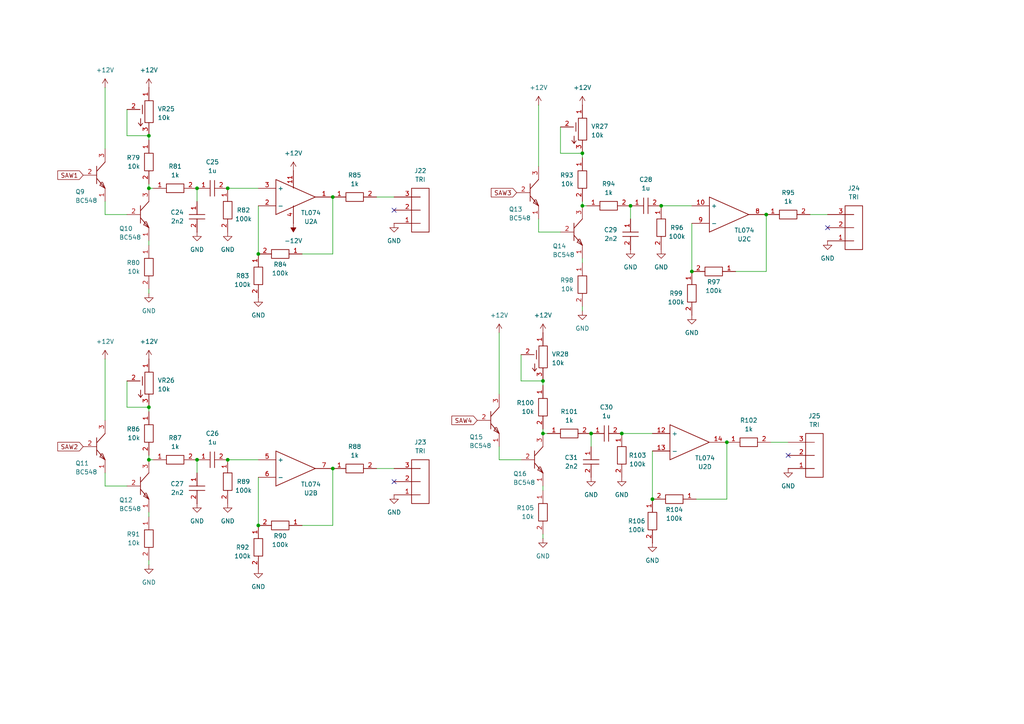
<source format=kicad_sch>
(kicad_sch (version 20250114) (generator "eeschema") (generator_version "9.0")
  (paper "A4")
  (lib_symbols
    (symbol "V_Connector:CONN_3"
      (property "Reference" "J" (at -5.08 11.43 0))
      (property "Value" "CONN_3" (at -5.08 8.89 0))
      (symbol "CONN_3_0_0"
        (rectangle (start 0 6.35) (end 5.08 -6.35) (stroke (width 0.2032)))
      )
      (symbol "CONN_3_1_0"
        (pin unspecified line (at -5.08 3.81 0) (length 7.62) (name "~") (number "1"))
        (pin unspecified line (at -5.08 0 0) (length 7.62) (name "~") (number "2"))
        (pin unspecified line (at -5.08 -3.81 0) (length 7.62) (name "~") (number "3"))
      )
    )
    (symbol "V_Linear:TL074,_TL084,_LF347_ETC"
      (property "Reference" "U" (at -10.795 12.7 0))
      (property "Value" "TL074,_TL084,_LF347_ETC" (at -10.795 10.16 0))
      (symbol "TL074,_TL084,_LF347_ETC_0_0"
        (polyline (pts (xy -6.35 5.08) (xy 5.08 0) (xy -6.35 -5.08) (xy -6.35 5.08)) (stroke (width 0.2032)))
      )
      (symbol "TL074,_TL084,_LF347_ETC_1_0"
        (pin unspecified line (at -11.43 2.54 0) (length 5.08) (name "-") (number "2"))
        (pin unspecified line (at -11.43 -2.54 0) (length 5.08) (name "+") (number "3"))
        (pin power_in line (at -1.27 7.62 270) (length 5.08) (name "~") (number "4"))
        (pin power_in line (at -1.27 -7.62 90) (length 5.08) (name "~") (number "11"))
        (pin unspecified line (at 10.16 0 180) (length 5.08) (name "~") (number "1"))
      )
      (symbol "TL074,_TL084,_LF347_ETC_2_0"
        (pin unspecified line (at -11.43 2.54 0) (length 5.08) (name "-") (number "6"))
        (pin unspecified line (at -11.43 -2.54 0) (length 5.08) (name "+") (number "5"))
        (pin unspecified line (at 10.16 0 180) (length 5.08) (name "~") (number "7"))
      )
      (symbol "TL074,_TL084,_LF347_ETC_3_0"
        (pin unspecified line (at -11.43 2.54 0) (length 5.08) (name "-") (number "9"))
        (pin unspecified line (at -11.43 -2.54 0) (length 5.08) (name "+") (number "10"))
        (pin unspecified line (at 10.16 0 180) (length 5.08) (name "~") (number "8"))
      )
      (symbol "TL074,_TL084,_LF347_ETC_4_0"
        (pin unspecified line (at -11.43 2.54 0) (length 5.08) (name "-") (number "13"))
        (pin unspecified line (at -11.43 -2.54 0) (length 5.08) (name "+") (number "12"))
        (pin unspecified line (at 10.16 0 180) (length 5.08) (name "~") (number "14"))
      )
    )
    (symbol "V_Passive:C"
      (property "Reference" "C" (at -2.54 9.525 0))
      (property "Value" "C" (at -2.54 6.985 0))
      (symbol "C_0_0"
        (polyline (pts (xy -2.286 1.27) (xy 2.286 1.27)) (stroke (width 0.2032)))
        (polyline (pts (xy -2.286 0) (xy 2.286 0)) (stroke (width 0.2032)))
      )
      (symbol "C_1_0"
        (pin unspecified line (at 0 5.08 270) (length 3.81) (name "~") (number "1"))
        (pin unspecified line (at 0 -3.81 90) (length 3.81) (name "~") (number "2"))
      )
    )
    (symbol "V_Passive:R"
      (property "Reference" "R" (at -1.27 11.43 0))
      (property "Value" "R" (at -1.27 8.89 0))
      (symbol "R_0_0"
        (rectangle (start -1.27 2.54) (end 1.27 -2.54) (stroke (width 0.2032)))
      )
      (symbol "R_1_0"
        (pin unspecified line (at 0 6.35 270) (length 3.81) (name "~") (number "1"))
        (pin unspecified line (at 0 -6.35 90) (length 3.81) (name "~") (number "2"))
      )
    )
    (symbol "V_Passive:RT"
      (property "Reference" "VR" (at -3.81 12.065 0))
      (property "Value" "RT" (at -3.81 9.525 0))
      (symbol "RT_0_0"
        (polyline (pts (xy 0.1524 4.7752) (xy 0.7112 4.0132)) (stroke (width 0.2032)))
        (polyline (pts (xy 0.1524 2.6416) (xy 0.1524 4.7752) (xy -0.508 3.9116)) (stroke (width 0.2032)))
        (polyline (pts (xy 0.6604 -1.27) (xy 0.6604 1.27)) (stroke (width 0.2032)))
        (rectangle (start 1.3716 3.81) (end 3.81 -2.54) (stroke (width 0.2032)))
      )
      (symbol "RT_1_0"
        (pin unspecified line (at -3.81 0 0) (length 3.81) (name "~") (number "2"))
        (pin unspecified line (at 2.54 7.62 270) (length 3.81) (name "~") (number "3"))
        (pin unspecified line (at 2.54 -6.35 90) (length 3.81) (name "~") (number "1"))
      )
    )
    (symbol "V_Transistor:BC547{brace}slash}BC548{brace}slash}BC549"
      (property "Reference" "Q" (at -7.62 8.255 0))
      (property "Value" "BC547{brace}slash}BC548{brace}slash}BC549" (at -7.62 5.715 0))
      (symbol "BC547{brace}slash}BC548{brace}slash}BC549_0_0"
        (polyline (pts (xy -2.5908 1.3716) (xy 2.4892 1.3716)) (stroke (width 0.2032)))
        (polyline (pts (xy -1.1684 1.4224) (xy -3.81 3.81)) (stroke (width 0.2032)))
        (polyline (pts (xy 0.9652 1.4224) (xy 3.81 3.81)) (stroke (width 0.2032)))
        (polyline (pts (xy 2.032 3.048) (xy 3.81 3.81)) (stroke (width 0.2032)))
        (polyline (pts (xy 2.032 2.794) (xy 3.048 2.286)) (stroke (width 0.2032)))
        (polyline (pts (xy 3.048 2.54) (xy 3.81 3.81)) (stroke (width 0.2032)))
      )
      (symbol "BC547{brace}slash}BC548{brace}slash}BC549_1_0"
        (pin unspecified line (at -7.62 3.81 0) (length 3.81) (name "~") (number "3"))
        (pin unspecified line (at 0 -2.54 90) (length 3.81) (name "~") (number "2"))
        (pin unspecified line (at 7.62 3.81 180) (length 3.81) (name "~") (number "1"))
      )
    )
    (symbol "power:+15V" (power) (pin_numbers (hide yes)) (pin_names (offset 0) (hide yes))
      (property "Value" "+15V" (at 0 3.556 0))
      (symbol "+15V_0_1"
        (polyline (pts (xy -0.762 1.27) (xy 0 2.54)))
        (polyline (pts (xy 0 2.54) (xy 0.762 1.27)))
        (polyline (pts (xy 0 0) (xy 0 2.54)))
      )
      (symbol "+15V_1_1"
        (pin power_in line (at 0 0 90) (length 0) (name "~") (number "1"))
      )
    )
    (symbol "power:-15V" (power) (pin_numbers (hide yes)) (pin_names (offset 0) (hide yes))
      (property "Value" "-15V" (at 0 3.556 0))
      (symbol "-15V_0_0"
        (pin power_in line (at 0 0 90) (length 0) (name "~") (number "1"))
      )
      (symbol "-15V_0_1"
        (polyline (pts (xy 0 0) (xy 0 1.27) (xy 0.762 1.27) (xy 0 2.54) (xy -0.762 1.27) (xy 0 1.27)) (fill (type outline)))
      )
    )
    (symbol "power:GND" (power) (pin_numbers (hide yes)) (pin_names (offset 0) (hide yes))
      (property "Value" "GND" (at 0 -3.81 0))
      (symbol "GND_0_1"
        (polyline (pts (xy 0 0) (xy 0 -1.27) (xy 1.27 -1.27) (xy 0 -2.54) (xy -1.27 -1.27) (xy 0 -1.27)))
      )
      (symbol "GND_1_1"
        (pin power_in line (at 0 0 270) (length 0) (name "~") (number "1"))
      )
    )
  )
  (junction (at 200.66 78.74))
  (junction (at 57.15 133.35))
  (junction (at 171.45 125.73))
  (junction (at 96.52 57.15))
  (junction (at 189.23 144.78))
  (junction (at 57.15 54.61))
  (junction (at 43.18 133.35))
  (junction (at 43.18 54.61))
  (junction (at 157.48 110.49))
  (junction (at 180.34 125.73))
  (junction (at 96.52 135.89))
  (junction (at 157.48 125.73))
  (junction (at 74.93 73.66))
  (junction (at 66.04 133.35))
  (junction (at 191.77 59.69))
  (junction (at 74.93 152.4))
  (junction (at 210.82 128.27))
  (junction (at 222.25 62.23))
  (junction (at 168.91 59.69))
  (junction (at 182.88 59.69))
  (junction (at 168.91 44.45))
  (junction (at 43.18 118.11))
  (junction (at 43.18 39.37))
  (junction (at 66.04 54.61))
  (no_connect (at 114.3 60.96))
  (no_connect (at 114.3 139.7))
  (no_connect (at 240.03 66.04))
  (no_connect (at 228.6 132.08))
  (wire (pts (xy 43.18 118.11) (xy 43.18 119.38)))
  (wire (pts (xy 43.18 54.61) (xy 44.45 54.61)))
  (wire (pts (xy 162.56 36.83) (xy 162.56 44.45)))
  (wire (pts (xy 30.48 58.42) (xy 30.48 62.23)))
  (wire (pts (xy 43.18 163.83) (xy 43.18 162.56)))
  (wire (pts (xy 43.18 133.35) (xy 44.45 133.35)))
  (wire (pts (xy 156.21 67.31) (xy 162.56 67.31)))
  (wire (pts (xy 43.18 71.12) (xy 43.18 69.85)))
  (wire (pts (xy 213.36 78.74) (xy 222.25 78.74)))
  (wire (pts (xy 168.91 58.42) (xy 168.91 59.69)))
  (wire (pts (xy 234.95 62.23) (xy 240.03 62.23)))
  (wire (pts (xy 30.48 140.97) (xy 36.83 140.97)))
  (wire (pts (xy 96.52 152.4) (xy 96.52 135.89)))
  (wire (pts (xy 151.13 102.87) (xy 151.13 110.49)))
  (wire (pts (xy 156.21 63.5) (xy 156.21 67.31)))
  (wire (pts (xy 87.63 73.66) (xy 96.52 73.66)))
  (wire (pts (xy 109.22 57.15) (xy 114.3 57.15)))
  (wire (pts (xy 36.83 118.11) (xy 43.18 118.11)))
  (wire (pts (xy 157.48 124.46) (xy 157.48 125.73)))
  (wire (pts (xy 43.18 149.86) (xy 43.18 148.59)))
  (wire (pts (xy 30.48 104.14) (xy 30.48 121.92)))
  (wire (pts (xy 74.93 59.69) (xy 74.93 73.66)))
  (wire (pts (xy 171.45 125.73) (xy 171.45 129.54)))
  (wire (pts (xy 168.91 59.69) (xy 170.18 59.69)))
  (wire (pts (xy 43.18 39.37) (xy 43.18 40.64)))
  (wire (pts (xy 168.91 44.45) (xy 168.91 45.72)))
  (wire (pts (xy 180.34 125.73) (xy 189.23 125.73)))
  (wire (pts (xy 157.48 156.21) (xy 157.48 154.94)))
  (wire (pts (xy 182.88 59.69) (xy 182.88 63.5)))
  (wire (pts (xy 43.18 132.08) (xy 43.18 133.35)))
  (wire (pts (xy 191.77 59.69) (xy 200.66 59.69)))
  (wire (pts (xy 201.93 144.78) (xy 210.82 144.78)))
  (wire (pts (xy 36.83 31.75) (xy 36.83 39.37)))
  (wire (pts (xy 66.04 133.35) (xy 74.93 133.35)))
  (wire (pts (xy 189.23 130.81) (xy 189.23 144.78)))
  (wire (pts (xy 43.18 53.34) (xy 43.18 54.61)))
  (wire (pts (xy 144.78 96.52) (xy 144.78 114.3)))
  (wire (pts (xy 223.52 128.27) (xy 228.6 128.27)))
  (wire (pts (xy 200.66 64.77) (xy 200.66 78.74)))
  (wire (pts (xy 36.83 39.37) (xy 43.18 39.37)))
  (wire (pts (xy 222.25 78.74) (xy 222.25 62.23)))
  (wire (pts (xy 109.22 135.89) (xy 114.3 135.89)))
  (wire (pts (xy 168.91 90.17) (xy 168.91 88.9)))
  (wire (pts (xy 156.21 30.48) (xy 156.21 48.26)))
  (wire (pts (xy 151.13 110.49) (xy 157.48 110.49)))
  (wire (pts (xy 57.15 133.35) (xy 57.15 137.16)))
  (wire (pts (xy 30.48 62.23) (xy 36.83 62.23)))
  (wire (pts (xy 162.56 44.45) (xy 168.91 44.45)))
  (wire (pts (xy 57.15 54.61) (xy 57.15 58.42)))
  (wire (pts (xy 168.91 76.2) (xy 168.91 74.93)))
  (wire (pts (xy 87.63 152.4) (xy 96.52 152.4)))
  (wire (pts (xy 157.48 142.24) (xy 157.48 140.97)))
  (wire (pts (xy 66.04 54.61) (xy 74.93 54.61)))
  (wire (pts (xy 144.78 129.54) (xy 144.78 133.35)))
  (wire (pts (xy 74.93 138.43) (xy 74.93 152.4)))
  (wire (pts (xy 43.18 85.09) (xy 43.18 83.82)))
  (wire (pts (xy 30.48 137.16) (xy 30.48 140.97)))
  (wire (pts (xy 157.48 110.49) (xy 157.48 111.76)))
  (wire (pts (xy 210.82 144.78) (xy 210.82 128.27)))
  (wire (pts (xy 144.78 133.35) (xy 151.13 133.35)))
  (wire (pts (xy 157.48 125.73) (xy 158.75 125.73)))
  (wire (pts (xy 30.48 25.4) (xy 30.48 43.18)))
  (wire (pts (xy 96.52 73.66) (xy 96.52 57.15)))
  (wire (pts (xy 36.83 110.49) (xy 36.83 118.11)))
  (global_label "SAW4" (shape input) (at 138.43 121.92 180) (property "Intersheetrefs" "${INTERSHEET_REFS}" (effects (hide yes))))
  (global_label "SAW2" (shape input) (at 24.13 129.54 180) (property "Intersheetrefs" "${INTERSHEET_REFS}" (effects (hide yes))))
  (global_label "SAW1" (shape input) (at 24.13 50.8 180) (property "Intersheetrefs" "${INTERSHEET_REFS}" (effects (hide yes))))
  (global_label "SAW3" (shape input) (at 149.86 55.88 180) (property "Intersheetrefs" "${INTERSHEET_REFS}" (effects (hide yes))))
  (symbol (lib_id "V_Passive:C") (at 176.53 125.73 90) (unit 1)
    (property "Reference" "C30" (at 175.895 118.11 90))
    (property "Value" "1u" (at 175.895 120.65 90))
    (property "Footprint" "BOX1_3" (effects (hide yes)))
  )
  (symbol (lib_id "V_Passive:RT") (at 166.37 36.83 0) (mirror x) (unit 1)
    (property "Reference" "VR27" (at 171.45 36.6775 0) (effects (justify left)))
    (property "Value" "10k" (at 171.45 39.2175 0) (effects (justify left)))
    (property "Footprint" "TRIM6" (effects (hide yes)))
  )
  (symbol (lib_id "V_Passive:R") (at 165.1 125.73 90) (unit 1)
    (property "Reference" "R101" (at 165.1 119.38 90))
    (property "Value" "1k" (at 165.1 121.92 90))
    (property "Footprint" "AX3_1" (effects (hide yes)))
  )
  (symbol (lib_id "V_Passive:R") (at 176.53 59.69 90) (unit 1)
    (property "Reference" "R94" (at 176.53 53.34 90))
    (property "Value" "1k" (at 176.53 55.88 90))
    (property "Footprint" "AX3_1" (effects (hide yes)))
  )
  (symbol (lib_id "V_Connector:CONN_3") (at 233.68 132.08 0) (mirror x) (unit 1)
    (property "Reference" "J25" (at 236.22 120.65 0))
    (property "Value" "TRI" (at 236.22 123.19 0))
    (property "Footprint" "THONK" (effects (hide yes)))
  )
  (symbol (lib_id "V_Passive:RT") (at 40.64 31.75 0) (mirror x) (unit 1)
    (property "Reference" "VR25" (at 45.72 31.5975 0) (effects (justify left)))
    (property "Value" "10k" (at 45.72 34.1375 0) (effects (justify left)))
    (property "Footprint" "TRIM6" (effects (hide yes)))
  )
  (symbol (lib_id "V_Transistor:BC547{brace}slash}BC548{brace}slash}BC549") (at 39.37 140.97 270) (unit 1)
    (property "Reference" "Q12" (at 34.544 145.034 90) (effects (justify left)))
    (property "Value" "BC548" (at 34.544 147.574 90) (effects (justify left)))
    (property "Footprint" "TO92" (effects (hide yes)))
  )
  (symbol (lib_id "power:+15V") (at 30.48 104.14 0) (unit 1)
    (property "Reference" "#PWR0109" (effects (hide yes)))
    (property "Value" "+12V" (at 30.48 99.06 0))
    (property "Description" "Power symbol creates a global label with name \"+15V\"" (effects (hide yes)))
  )
  (symbol (lib_id "power:GND") (at 114.3 64.77 0) (unit 1)
    (property "Reference" "#PWR0108" (effects (hide yes)))
    (property "Value" "GND" (at 114.3 69.85 0))
    (property "Description" "Power symbol creates a global label with name \"GND\" , ground" (effects (hide yes)))
  )
  (symbol (lib_id "V_Linear:TL074,_TL084,_LF347_ETC") (at 200.66 128.27 0) (mirror x) (unit 4)
    (property "Reference" "U2" (at 204.47 135.382 0))
    (property "Value" "TL074" (at 204.47 132.842 0))
    (property "Footprint" "DIP14" (effects (hide yes)))
  )
  (symbol (lib_id "power:GND") (at 57.15 67.31 0) (unit 1)
    (property "Reference" "#PWR0105" (effects (hide yes)))
    (property "Value" "GND" (at 57.15 72.39 0))
    (property "Description" "Power symbol creates a global label with name \"GND\" , ground" (effects (hide yes)))
  )
  (symbol (lib_id "V_Passive:R") (at 168.91 52.07 0) (mirror y) (unit 1)
    (property "Reference" "R93" (at 166.37 50.7999 0) (effects (justify left)))
    (property "Value" "10k" (at 166.37 53.3399 0) (effects (justify left)))
    (property "Footprint" "AX3_1" (effects (hide yes)))
  )
  (symbol (lib_id "V_Passive:R") (at 74.93 80.01 0) (mirror y) (unit 1)
    (property "Reference" "R83" (at 70.358 80.01 0))
    (property "Value" "100k" (at 70.358 82.55 0))
    (property "Footprint" "AX3_1" (effects (hide yes)))
  )
  (symbol (lib_id "V_Transistor:BC547{brace}slash}BC548{brace}slash}BC549") (at 152.4 55.88 270) (unit 1)
    (property "Reference" "Q13" (at 147.574 60.706 90) (effects (justify left)))
    (property "Value" "BC548" (at 147.574 63.246 90) (effects (justify left)))
    (property "Footprint" "TO92" (effects (hide yes)))
  )
  (symbol (lib_id "power:+15V") (at 168.91 30.48 0) (unit 1)
    (property "Reference" "#PWR0112" (effects (hide yes)))
    (property "Value" "+12V" (at 168.91 25.4 0))
    (property "Description" "Power symbol creates a global label with name \"+15V\"" (effects (hide yes)))
  )
  (symbol (lib_id "V_Passive:R") (at 66.04 139.7 0) (unit 1)
    (property "Reference" "R89" (at 70.612 139.7 0))
    (property "Value" "100k" (at 70.612 142.24 0))
    (property "Footprint" "AX3_1" (effects (hide yes)))
  )
  (symbol (lib_id "V_Connector:CONN_3") (at 119.38 139.7 0) (mirror x) (unit 1)
    (property "Reference" "J23" (at 121.92 128.27 0))
    (property "Value" "TRI" (at 121.92 130.81 0))
    (property "Footprint" "THONK" (effects (hide yes)))
  )
  (symbol (lib_id "V_Transistor:BC547{brace}slash}BC548{brace}slash}BC549") (at 39.37 62.23 270) (unit 1)
    (property "Reference" "Q10" (at 34.544 66.294 90) (effects (justify left)))
    (property "Value" "BC548" (at 34.544 68.834 90) (effects (justify left)))
    (property "Footprint" "TO92" (effects (hide yes)))
  )
  (symbol (lib_id "V_Linear:TL074,_TL084,_LF347_ETC") (at 86.36 135.89 0) (mirror x) (unit 2)
    (property "Reference" "U2" (at 90.17 143.002 0))
    (property "Value" "TL074" (at 90.17 140.462 0))
    (property "Footprint" "DIP14" (effects (hide yes)))
  )
  (symbol (lib_id "V_Passive:R") (at 81.28 73.66 270) (mirror x) (unit 1)
    (property "Reference" "R84" (at 81.28 76.708 90))
    (property "Value" "100k" (at 81.28 79.248 90))
    (property "Footprint" "AX3_1" (effects (hide yes)))
  )
  (symbol (lib_id "power:GND") (at 43.18 163.83 0) (unit 1)
    (property "Reference" "#PWR0116" (effects (hide yes)))
    (property "Value" "GND" (at 43.18 168.91 0))
    (property "Description" "Power symbol creates a global label with name \"GND\" , ground" (effects (hide yes)))
  )
  (symbol (lib_id "power:GND") (at 180.34 138.43 0) (unit 1)
    (property "Reference" "#PWR0129" (effects (hide yes)))
    (property "Value" "GND" (at 180.34 143.51 0))
    (property "Description" "Power symbol creates a global label with name \"GND\" , ground" (effects (hide yes)))
  )
  (symbol (lib_id "V_Linear:TL074,_TL084,_LF347_ETC") (at 212.09 62.23 0) (mirror x) (unit 3)
    (property "Reference" "U2" (at 215.9 69.342 0))
    (property "Value" "TL074" (at 215.9 66.802 0))
    (property "Footprint" "DIP14" (effects (hide yes)))
  )
  (symbol (lib_id "power:GND") (at 74.93 86.36 0) (unit 1)
    (property "Reference" "#PWR0107" (effects (hide yes)))
    (property "Value" "GND" (at 74.93 91.44 0))
    (property "Description" "Power symbol creates a global label with name \"GND\" , ground" (effects (hide yes)))
  )
  (symbol (lib_id "V_Passive:C") (at 62.23 54.61 90) (unit 1)
    (property "Reference" "C25" (at 61.595 46.99 90))
    (property "Value" "1u" (at 61.595 49.53 90))
    (property "Footprint" "BOX1_3" (effects (hide yes)))
  )
  (symbol (lib_id "V_Passive:R") (at 195.58 144.78 270) (mirror x) (unit 1)
    (property "Reference" "R104" (at 195.58 147.828 90))
    (property "Value" "100k" (at 195.58 150.368 90))
    (property "Footprint" "AX3_1" (effects (hide yes)))
  )
  (symbol (lib_id "V_Transistor:BC547{brace}slash}BC548{brace}slash}BC549") (at 165.1 67.31 270) (unit 1)
    (property "Reference" "Q14" (at 160.274 71.374 90) (effects (justify left)))
    (property "Value" "BC548" (at 160.274 73.914 90) (effects (justify left)))
    (property "Footprint" "TO92" (effects (hide yes)))
  )
  (symbol (lib_id "V_Transistor:BC547{brace}slash}BC548{brace}slash}BC549") (at 140.97 121.92 270) (unit 1)
    (property "Reference" "Q15" (at 136.144 126.746 90) (effects (justify left)))
    (property "Value" "BC548" (at 136.144 129.286 90) (effects (justify left)))
    (property "Footprint" "TO92" (effects (hide yes)))
  )
  (symbol (lib_id "V_Passive:C") (at 62.23 133.35 90) (unit 1)
    (property "Reference" "C26" (at 61.595 125.73 90))
    (property "Value" "1u" (at 61.595 128.27 90))
    (property "Footprint" "BOX1_3" (effects (hide yes)))
  )
  (symbol (lib_id "V_Passive:C") (at 57.15 142.24 0) (unit 1)
    (property "Reference" "C27" (at 53.34 140.3349 0) (effects (justify right)))
    (property "Value" "2n2" (at 53.34 142.8749 0) (effects (justify right)))
    (property "Footprint" "BOX1_3" (effects (hide yes)))
  )
  (symbol (lib_id "power:+15V") (at 157.48 96.52 0) (unit 1)
    (property "Reference" "#PWR0119" (effects (hide yes)))
    (property "Value" "+12V" (at 157.48 91.44 0))
    (property "Description" "Power symbol creates a global label with name \"+15V\"" (effects (hide yes)))
  )
  (symbol (lib_id "V_Passive:R") (at 217.17 128.27 90) (unit 1)
    (property "Reference" "R102" (at 217.17 121.92 90))
    (property "Value" "1k" (at 217.17 124.46 90))
    (property "Footprint" "AX3_1" (effects (hide yes)))
  )
  (symbol (lib_id "power:GND") (at 57.15 146.05 0) (unit 1)
    (property "Reference" "#PWR0114" (effects (hide yes)))
    (property "Value" "GND" (at 57.15 151.13 0))
    (property "Description" "Power symbol creates a global label with name \"GND\" , ground" (effects (hide yes)))
  )
  (symbol (lib_id "V_Connector:CONN_3") (at 245.11 66.04 0) (mirror x) (unit 1)
    (property "Reference" "J24" (at 247.65 54.61 0))
    (property "Value" "TRI" (at 247.65 57.15 0))
    (property "Footprint" "THONK" (effects (hide yes)))
  )
  (symbol (lib_id "power:GND") (at 66.04 67.31 0) (unit 1)
    (property "Reference" "#PWR0106" (effects (hide yes)))
    (property "Value" "GND" (at 66.04 72.39 0))
    (property "Description" "Power symbol creates a global label with name \"GND\" , ground" (effects (hide yes)))
  )
  (symbol (lib_id "V_Passive:RT") (at 154.94 102.87 0) (mirror x) (unit 1)
    (property "Reference" "VR28" (at 160.02 102.7175 0) (effects (justify left)))
    (property "Value" "10k" (at 160.02 105.2575 0) (effects (justify left)))
    (property "Footprint" "TRIM6" (effects (hide yes)))
  )
  (symbol (lib_id "V_Passive:R") (at 50.8 54.61 90) (unit 1)
    (property "Reference" "R81" (at 50.8 48.26 90))
    (property "Value" "1k" (at 50.8 50.8 90))
    (property "Footprint" "AX3_1" (effects (hide yes)))
  )
  (symbol (lib_id "V_Passive:R") (at 81.28 152.4 270) (mirror x) (unit 1)
    (property "Reference" "R90" (at 81.28 155.448 90))
    (property "Value" "100k" (at 81.28 157.988 90))
    (property "Footprint" "AX3_1" (effects (hide yes)))
  )
  (symbol (lib_id "power:GND") (at 157.48 156.21 0) (unit 1)
    (property "Reference" "#PWR0130" (effects (hide yes)))
    (property "Value" "GND" (at 157.48 161.29 0))
    (property "Description" "Power symbol creates a global label with name \"GND\" , ground" (effects (hide yes)))
  )
  (symbol (lib_id "power:GND") (at 43.18 85.09 0) (unit 1)
    (property "Reference" "#PWR0104" (effects (hide yes)))
    (property "Value" "GND" (at 43.18 90.17 0))
    (property "Description" "Power symbol creates a global label with name \"GND\" , ground" (effects (hide yes)))
  )
  (symbol (lib_id "V_Passive:R") (at 191.77 66.04 0) (unit 1)
    (property "Reference" "R96" (at 196.342 66.04 0))
    (property "Value" "100k" (at 196.342 68.58 0))
    (property "Footprint" "AX3_1" (effects (hide yes)))
  )
  (symbol (lib_id "power:-15V") (at 85.09 64.77 180) (unit 1)
    (property "Reference" "#PWR0101" (effects (hide yes)))
    (property "Value" "-12V" (at 85.09 69.85 0))
    (property "Description" "Power symbol creates a global label with name \"-15V\"" (effects (hide yes)))
  )
  (symbol (lib_id "V_Passive:R") (at 200.66 85.09 0) (mirror y) (unit 1)
    (property "Reference" "R99" (at 196.088 85.09 0))
    (property "Value" "100k" (at 196.088 87.63 0))
    (property "Footprint" "AX3_1" (effects (hide yes)))
  )
  (symbol (lib_id "V_Passive:R") (at 102.87 135.89 90) (unit 1)
    (property "Reference" "R88" (at 102.87 129.54 90))
    (property "Value" "1k" (at 102.87 132.08 90))
    (property "Footprint" "AX3_1" (effects (hide yes)))
  )
  (symbol (lib_id "V_Passive:R") (at 157.48 118.11 0) (mirror y) (unit 1)
    (property "Reference" "R100" (at 154.94 116.8399 0) (effects (justify left)))
    (property "Value" "10k" (at 154.94 119.3799 0) (effects (justify left)))
    (property "Footprint" "AX3_1" (effects (hide yes)))
  )
  (symbol (lib_id "power:GND") (at 66.04 146.05 0) (unit 1)
    (property "Reference" "#PWR0115" (effects (hide yes)))
    (property "Value" "GND" (at 66.04 151.13 0))
    (property "Description" "Power symbol creates a global label with name \"GND\" , ground" (effects (hide yes)))
  )
  (symbol (lib_id "V_Passive:R") (at 189.23 151.13 0) (mirror y) (unit 1)
    (property "Reference" "R106" (at 184.658 151.13 0))
    (property "Value" "100k" (at 184.658 153.67 0))
    (property "Footprint" "AX3_1" (effects (hide yes)))
  )
  (symbol (lib_id "power:GND") (at 189.23 157.48 0) (unit 1)
    (property "Reference" "#PWR0131" (effects (hide yes)))
    (property "Value" "GND" (at 189.23 162.56 0))
    (property "Description" "Power symbol creates a global label with name \"GND\" , ground" (effects (hide yes)))
  )
  (symbol (lib_id "V_Transistor:BC547{brace}slash}BC548{brace}slash}BC549") (at 153.67 133.35 270) (unit 1)
    (property "Reference" "Q16" (at 148.844 137.414 90) (effects (justify left)))
    (property "Value" "BC548" (at 148.844 139.954 90) (effects (justify left)))
    (property "Footprint" "TO92" (effects (hide yes)))
  )
  (symbol (lib_id "V_Transistor:BC547{brace}slash}BC548{brace}slash}BC549") (at 26.67 129.54 270) (unit 1)
    (property "Reference" "Q11" (at 21.844 134.366 90) (effects (justify left)))
    (property "Value" "BC548" (at 21.844 136.906 90) (effects (justify left)))
    (property "Footprint" "TO92" (effects (hide yes)))
  )
  (symbol (lib_id "V_Passive:R") (at 180.34 132.08 0) (unit 1)
    (property "Reference" "R103" (at 184.912 132.08 0))
    (property "Value" "100k" (at 184.912 134.62 0))
    (property "Footprint" "AX3_1" (effects (hide yes)))
  )
  (symbol (lib_id "V_Passive:R") (at 157.48 148.59 0) (mirror y) (unit 1)
    (property "Reference" "R105" (at 154.94 147.3199 0) (effects (justify left)))
    (property "Value" "10k" (at 154.94 149.8599 0) (effects (justify left)))
    (property "Footprint" "AX3_1" (effects (hide yes)))
  )
  (symbol (lib_id "V_Transistor:BC547{brace}slash}BC548{brace}slash}BC549") (at 26.67 50.8 270) (unit 1)
    (property "Reference" "Q9" (at 21.844 55.626 90) (effects (justify left)))
    (property "Value" "BC548" (at 21.844 58.166 90) (effects (justify left)))
    (property "Footprint" "TO92" (effects (hide yes)))
  )
  (symbol (lib_id "power:GND") (at 191.77 72.39 0) (unit 1)
    (property "Reference" "#PWR0122" (effects (hide yes)))
    (property "Value" "GND" (at 191.77 77.47 0))
    (property "Description" "Power symbol creates a global label with name \"GND\" , ground" (effects (hide yes)))
  )
  (symbol (lib_id "power:GND") (at 168.91 90.17 0) (unit 1)
    (property "Reference" "#PWR0123" (effects (hide yes)))
    (property "Value" "GND" (at 168.91 95.25 0))
    (property "Description" "Power symbol creates a global label with name \"GND\" , ground" (effects (hide yes)))
  )
  (symbol (lib_id "power:+15V") (at 30.48 25.4 0) (unit 1)
    (property "Reference" "#PWR0102" (effects (hide yes)))
    (property "Value" "+12V" (at 30.48 20.32 0))
    (property "Description" "Power symbol creates a global label with name \"+15V\"" (effects (hide yes)))
  )
  (symbol (lib_id "V_Passive:C") (at 187.96 59.69 90) (unit 1)
    (property "Reference" "C28" (at 187.325 52.07 90))
    (property "Value" "1u" (at 187.325 54.61 90))
    (property "Footprint" "BOX1_3" (effects (hide yes)))
  )
  (symbol (lib_id "V_Passive:R") (at 43.18 125.73 0) (mirror y) (unit 1)
    (property "Reference" "R86" (at 40.64 124.4599 0) (effects (justify left)))
    (property "Value" "10k" (at 40.64 126.9999 0) (effects (justify left)))
    (property "Footprint" "AX3_1" (effects (hide yes)))
  )
  (symbol (lib_id "power:GND") (at 182.88 72.39 0) (unit 1)
    (property "Reference" "#PWR0121" (effects (hide yes)))
    (property "Value" "GND" (at 182.88 77.47 0))
    (property "Description" "Power symbol creates a global label with name \"GND\" , ground" (effects (hide yes)))
  )
  (symbol (lib_id "power:GND") (at 228.6 135.89 0) (unit 1)
    (property "Reference" "#PWR0127" (effects (hide yes)))
    (property "Value" "GND" (at 228.6 140.97 0))
    (property "Description" "Power symbol creates a global label with name \"GND\" , ground" (effects (hide yes)))
  )
  (symbol (lib_id "V_Passive:R") (at 66.04 60.96 0) (unit 1)
    (property "Reference" "R82" (at 70.612 60.96 0))
    (property "Value" "100k" (at 70.612 63.5 0))
    (property "Footprint" "AX3_1" (effects (hide yes)))
  )
  (symbol (lib_id "power:+15V") (at 85.09 49.53 0) (unit 1)
    (property "Reference" "#PWR0100" (effects (hide yes)))
    (property "Value" "+12V" (at 85.09 44.45 0))
    (property "Description" "Power symbol creates a global label with name \"+15V\"" (effects (hide yes)))
  )
  (symbol (lib_id "V_Passive:R") (at 228.6 62.23 90) (unit 1)
    (property "Reference" "R95" (at 228.6 55.88 90))
    (property "Value" "1k" (at 228.6 58.42 90))
    (property "Footprint" "AX3_1" (effects (hide yes)))
  )
  (symbol (lib_id "power:GND") (at 200.66 91.44 0) (unit 1)
    (property "Reference" "#PWR0124" (effects (hide yes)))
    (property "Value" "GND" (at 200.66 96.52 0))
    (property "Description" "Power symbol creates a global label with name \"GND\" , ground" (effects (hide yes)))
  )
  (symbol (lib_id "V_Passive:R") (at 168.91 82.55 0) (mirror y) (unit 1)
    (property "Reference" "R98" (at 166.37 81.2799 0) (effects (justify left)))
    (property "Value" "10k" (at 166.37 83.8199 0) (effects (justify left)))
    (property "Footprint" "AX3_1" (effects (hide yes)))
  )
  (symbol (lib_id "power:GND") (at 74.93 165.1 0) (unit 1)
    (property "Reference" "#PWR0117" (effects (hide yes)))
    (property "Value" "GND" (at 74.93 170.18 0))
    (property "Description" "Power symbol creates a global label with name \"GND\" , ground" (effects (hide yes)))
  )
  (symbol (lib_id "V_Linear:TL074,_TL084,_LF347_ETC") (at 86.36 57.15 0) (mirror x) (unit 1)
    (property "Reference" "U2" (at 90.17 64.262 0))
    (property "Value" "TL074" (at 90.17 61.722 0))
    (property "Footprint" "DIP14" (effects (hide yes)))
  )
  (symbol (lib_id "V_Passive:R") (at 43.18 77.47 0) (mirror y) (unit 1)
    (property "Reference" "R80" (at 40.64 76.1999 0) (effects (justify left)))
    (property "Value" "10k" (at 40.64 78.7399 0) (effects (justify left)))
    (property "Footprint" "AX3_1" (effects (hide yes)))
  )
  (symbol (lib_id "V_Passive:R") (at 207.01 78.74 270) (mirror x) (unit 1)
    (property "Reference" "R97" (at 207.01 81.788 90))
    (property "Value" "100k" (at 207.01 84.328 90))
    (property "Footprint" "AX3_1" (effects (hide yes)))
  )
  (symbol (lib_id "power:+15V") (at 156.21 30.48 0) (unit 1)
    (property "Reference" "#PWR0111" (effects (hide yes)))
    (property "Value" "+12V" (at 156.21 25.4 0))
    (property "Description" "Power symbol creates a global label with name \"+15V\"" (effects (hide yes)))
  )
  (symbol (lib_id "V_Passive:RT") (at 40.64 110.49 0) (mirror x) (unit 1)
    (property "Reference" "VR26" (at 45.72 110.3375 0) (effects (justify left)))
    (property "Value" "10k" (at 45.72 112.8775 0) (effects (justify left)))
    (property "Footprint" "TRIM6" (effects (hide yes)))
  )
  (symbol (lib_id "power:+15V") (at 43.18 104.14 0) (unit 1)
    (property "Reference" "#PWR0110" (effects (hide yes)))
    (property "Value" "+12V" (at 43.18 99.06 0))
    (property "Description" "Power symbol creates a global label with name \"+15V\"" (effects (hide yes)))
  )
  (symbol (lib_id "power:GND") (at 114.3 143.51 0) (unit 1)
    (property "Reference" "#PWR0113" (effects (hide yes)))
    (property "Value" "GND" (at 114.3 148.59 0))
    (property "Description" "Power symbol creates a global label with name \"GND\" , ground" (effects (hide yes)))
  )
  (symbol (lib_id "V_Passive:C") (at 57.15 63.5 0) (unit 1)
    (property "Reference" "C24" (at 53.34 61.5949 0) (effects (justify right)))
    (property "Value" "2n2" (at 53.34 64.1349 0) (effects (justify right)))
    (property "Footprint" "BOX1_3" (effects (hide yes)))
  )
  (symbol (lib_id "power:GND") (at 171.45 138.43 0) (unit 1)
    (property "Reference" "#PWR0128" (effects (hide yes)))
    (property "Value" "GND" (at 171.45 143.51 0))
    (property "Description" "Power symbol creates a global label with name \"GND\" , ground" (effects (hide yes)))
  )
  (symbol (lib_id "V_Passive:R") (at 50.8 133.35 90) (unit 1)
    (property "Reference" "R87" (at 50.8 127 90))
    (property "Value" "1k" (at 50.8 129.54 90))
    (property "Footprint" "AX3_1" (effects (hide yes)))
  )
  (symbol (lib_id "power:+15V") (at 144.78 96.52 0) (unit 1)
    (property "Reference" "#PWR0118" (effects (hide yes)))
    (property "Value" "+12V" (at 144.78 91.44 0))
    (property "Description" "Power symbol creates a global label with name \"+15V\"" (effects (hide yes)))
  )
  (symbol (lib_id "power:+15V") (at 43.18 25.4 0) (unit 1)
    (property "Reference" "#PWR0103" (effects (hide yes)))
    (property "Value" "+12V" (at 43.18 20.32 0))
    (property "Description" "Power symbol creates a global label with name \"+15V\"" (effects (hide yes)))
  )
  (symbol (lib_id "V_Passive:R") (at 43.18 46.99 0) (mirror y) (unit 1)
    (property "Reference" "R79" (at 40.64 45.7199 0) (effects (justify left)))
    (property "Value" "10k" (at 40.64 48.2599 0) (effects (justify left)))
    (property "Footprint" "AX3_1" (effects (hide yes)))
  )
  (symbol (lib_id "V_Passive:R") (at 74.93 158.75 0) (mirror y) (unit 1)
    (property "Reference" "R92" (at 70.358 158.75 0))
    (property "Value" "100k" (at 70.358 161.29 0))
    (property "Footprint" "AX3_1" (effects (hide yes)))
  )
  (symbol (lib_id "V_Passive:R") (at 102.87 57.15 90) (unit 1)
    (property "Reference" "R85" (at 102.87 50.8 90))
    (property "Value" "1k" (at 102.87 53.34 90))
    (property "Footprint" "AX3_1" (effects (hide yes)))
  )
  (symbol (lib_id "power:GND") (at 240.03 69.85 0) (unit 1)
    (property "Reference" "#PWR0120" (effects (hide yes)))
    (property "Value" "GND" (at 240.03 74.93 0))
    (property "Description" "Power symbol creates a global label with name \"GND\" , ground" (effects (hide yes)))
  )
  (symbol (lib_id "V_Passive:C") (at 171.45 134.62 0) (unit 1)
    (property "Reference" "C31" (at 167.64 132.7149 0) (effects (justify right)))
    (property "Value" "2n2" (at 167.64 135.2549 0) (effects (justify right)))
    (property "Footprint" "BOX1_3" (effects (hide yes)))
  )
  (symbol (lib_id "V_Passive:C") (at 182.88 68.58 0) (unit 1)
    (property "Reference" "C29" (at 179.07 66.6749 0) (effects (justify right)))
    (property "Value" "2n2" (at 179.07 69.2149 0) (effects (justify right)))
    (property "Footprint" "BOX1_3" (effects (hide yes)))
  )
  (symbol (lib_id "V_Connector:CONN_3") (at 119.38 60.96 0) (mirror x) (unit 1)
    (property "Reference" "J22" (at 121.92 49.53 0))
    (property "Value" "TRI" (at 121.92 52.07 0))
    (property "Footprint" "THONK" (effects (hide yes)))
  )
  (symbol (lib_id "V_Passive:R") (at 43.18 156.21 0) (mirror y) (unit 1)
    (property "Reference" "R91" (at 40.64 154.9399 0) (effects (justify left)))
    (property "Value" "10k" (at 40.64 157.4799 0) (effects (justify left)))
    (property "Footprint" "AX3_1" (effects (hide yes)))
  )
)
</source>
